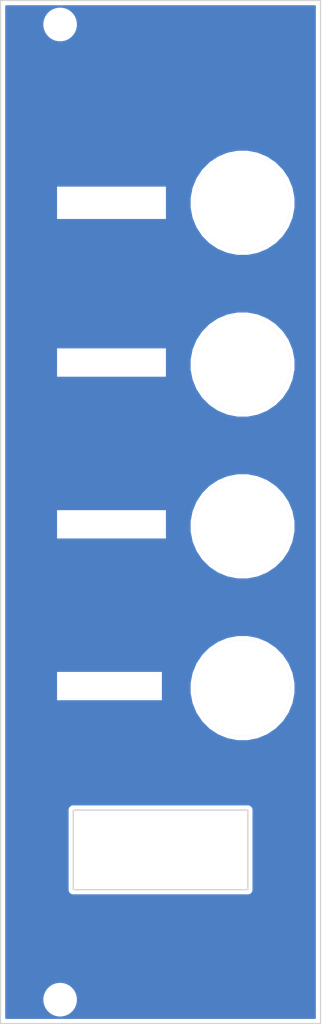
<source format=kicad_pcb>
(kicad_pcb (version 20171130) (host pcbnew 5.1.10)

  (general
    (thickness 1.6)
    (drawings 17)
    (tracks 0)
    (zones 0)
    (modules 6)
    (nets 1)
  )

  (page A4)
  (title_block
    (title "(title)")
    (comment 1 "front panel")
    (comment 2 "Wall Wart Power Supply (+15V/-15V/5V)")
    (comment 4 "License CC BY 4.0 - Attribution 4.0 International")
  )

  (layers
    (0 F.Cu signal)
    (31 B.Cu signal)
    (32 B.Adhes user)
    (33 F.Adhes user)
    (34 B.Paste user)
    (35 F.Paste user)
    (36 B.SilkS user)
    (37 F.SilkS user)
    (38 B.Mask user)
    (39 F.Mask user)
    (40 Dwgs.User user)
    (41 Cmts.User user)
    (42 Eco1.User user)
    (43 Eco2.User user)
    (44 Edge.Cuts user)
    (45 Margin user)
    (46 B.CrtYd user)
    (47 F.CrtYd user)
    (48 B.Fab user)
    (49 F.Fab user)
  )

  (setup
    (last_trace_width 0.25)
    (trace_clearance 0.2)
    (zone_clearance 0.508)
    (zone_45_only no)
    (trace_min 0.2)
    (via_size 0.8)
    (via_drill 0.4)
    (via_min_size 0.4)
    (via_min_drill 0.3)
    (uvia_size 0.3)
    (uvia_drill 0.1)
    (uvias_allowed no)
    (uvia_min_size 0.2)
    (uvia_min_drill 0.1)
    (edge_width 0.05)
    (segment_width 0.2)
    (pcb_text_width 0.3)
    (pcb_text_size 1.5 1.5)
    (mod_edge_width 0.12)
    (mod_text_size 1 1)
    (mod_text_width 0.15)
    (pad_size 1.524 1.524)
    (pad_drill 0.762)
    (pad_to_mask_clearance 0)
    (aux_axis_origin 0 0)
    (visible_elements FFFFFF7F)
    (pcbplotparams
      (layerselection 0x010fc_ffffffff)
      (usegerberextensions false)
      (usegerberattributes true)
      (usegerberadvancedattributes true)
      (creategerberjobfile true)
      (excludeedgelayer false)
      (linewidth 0.100000)
      (plotframeref false)
      (viasonmask false)
      (mode 1)
      (useauxorigin true)
      (hpglpennumber 1)
      (hpglpenspeed 20)
      (hpglpendiameter 15.000000)
      (psnegative false)
      (psa4output false)
      (plotreference true)
      (plotvalue true)
      (plotinvisibletext false)
      (padsonsilk false)
      (subtractmaskfromsilk false)
      (outputformat 1)
      (mirror false)
      (drillshape 0)
      (scaleselection 1)
      (outputdirectory "gerbers"))
  )

  (net 0 "")

  (net_class Default "This is the default net class."
    (clearance 0.2)
    (trace_width 0.25)
    (via_dia 0.8)
    (via_drill 0.4)
    (uvia_dia 0.3)
    (uvia_drill 0.1)
  )

  (module MountingHole:MountingHole_3.2mm_M3_DIN965 (layer F.Cu) (tedit 56D1B4CB) (tstamp 6097E813)
    (at 58.3 176.3)
    (descr "Mounting Hole 3.2mm, no annular, M3, DIN965")
    (tags "mounting hole 3.2mm no annular m3 din965")
    (path /6097A580)
    (attr virtual)
    (fp_text reference H2 (at 0 -3.8) (layer F.SilkS) hide
      (effects (font (size 1 1) (thickness 0.15)))
    )
    (fp_text value MountingHole (at 0 3.8) (layer F.Fab) hide
      (effects (font (size 1 1) (thickness 0.15)))
    )
    (fp_circle (center 0 0) (end 2.8 0) (layer Cmts.User) (width 0.15))
    (fp_circle (center 0 0) (end 3.05 0) (layer F.CrtYd) (width 0.05))
    (fp_text user %R (at 0.3 0) (layer F.Fab) hide
      (effects (font (size 1 1) (thickness 0.15)))
    )
    (pad 1 np_thru_hole circle (at 0 0) (size 3.2 3.2) (drill 3.2) (layers *.Cu *.Mask))
  )

  (module MountingHole:MountingHole_3.2mm_M3_DIN965 (layer F.Cu) (tedit 56D1B4CB) (tstamp 6097E80B)
    (at 58.3 53.8)
    (descr "Mounting Hole 3.2mm, no annular, M3, DIN965")
    (tags "mounting hole 3.2mm no annular m3 din965")
    (path /6097A217)
    (attr virtual)
    (fp_text reference H1 (at 0 -3.8) (layer F.SilkS) hide
      (effects (font (size 1 1) (thickness 0.15)))
    )
    (fp_text value MountingHole (at 0 3.8) (layer F.Fab) hide
      (effects (font (size 1 1) (thickness 0.15)))
    )
    (fp_circle (center 0 0) (end 2.8 0) (layer Cmts.User) (width 0.15))
    (fp_circle (center 0 0) (end 3.05 0) (layer F.CrtYd) (width 0.05))
    (fp_text user %R (at 0.3 0) (layer F.Fab) hide
      (effects (font (size 1 1) (thickness 0.15)))
    )
    (pad 1 np_thru_hole circle (at 0 0) (size 3.2 3.2) (drill 3.2) (layers *.Cu *.Mask))
  )

  (module elektrophon:panel_banana (layer F.Cu) (tedit 5F764FD2) (tstamp 6097EBD4)
    (at 81.28 116.84)
    (path /5E04B96B)
    (fp_text reference H12 (at 0 0.5) (layer F.SilkS)
      (effects (font (size 1 1) (thickness 0.15)))
    )
    (fp_text value +15V (at 0 -0.5) (layer F.Fab)
      (effects (font (size 1 1) (thickness 0.15)))
    )
    (pad 1 thru_hole circle (at 0 0) (size 12.06 12.06) (drill 12.06) (layers *.Cu *.Mask))
  )

  (module elektrophon:panel_banana (layer F.Cu) (tedit 5F764FD2) (tstamp 6097EBCF)
    (at 81.28 137.16)
    (path /5D6B1F16)
    (fp_text reference H11 (at 0 0.5) (layer F.SilkS)
      (effects (font (size 1 1) (thickness 0.15)))
    )
    (fp_text value -15V (at 0 -0.5) (layer F.Fab)
      (effects (font (size 1 1) (thickness 0.15)))
    )
    (pad 1 thru_hole circle (at 0 0) (size 12.06 12.06) (drill 12.06) (layers *.Cu *.Mask))
  )

  (module elektrophon:panel_banana (layer F.Cu) (tedit 5F764FD2) (tstamp 6097EBCA)
    (at 81.28 96.52)
    (path /5E04A805)
    (fp_text reference H10 (at 0 0.5) (layer F.SilkS)
      (effects (font (size 1 1) (thickness 0.15)))
    )
    (fp_text value GND (at 0 -0.5) (layer F.Fab)
      (effects (font (size 1 1) (thickness 0.15)))
    )
    (pad 1 thru_hole circle (at 0 0) (size 12.06 12.06) (drill 12.06) (layers *.Cu *.Mask))
  )

  (module elektrophon:panel_banana (layer F.Cu) (tedit 5F764FD2) (tstamp 6097EBC5)
    (at 81.28 76.2)
    (path /5E04A4CA)
    (fp_text reference H9 (at 0 0.5) (layer F.SilkS)
      (effects (font (size 1 1) (thickness 0.15)))
    )
    (fp_text value 5V (at 0 -0.5) (layer F.Fab)
      (effects (font (size 1 1) (thickness 0.15)))
    )
    (pad 1 thru_hole circle (at 0 0) (size 12.06 12.06) (drill 12.06) (layers *.Cu *.Mask))
  )

  (gr_text -15V (at 63.5 137.16) (layer B.Mask) (tstamp 6097EC97)
    (effects (font (size 2 2) (thickness 0.25)))
  )
  (gr_text +15V (at 63.5 116.84) (layer B.Mask) (tstamp 6097EC92)
    (effects (font (size 2 2) (thickness 0.25)))
  )
  (gr_text GND (at 63.5 96.52) (layer B.Mask) (tstamp 6097EC8D)
    (effects (font (size 2 2) (thickness 0.25)))
  )
  (gr_text +5V (at 63.5 76.2) (layer B.Mask) (tstamp 6097EC88)
    (effects (font (size 2 2) (thickness 0.25)))
  )
  (gr_line (start 81.95 152.48) (end 81.95 162.48) (layer Edge.Cuts) (width 0.15) (tstamp 6097EC47))
  (gr_line (start 59.95 162.48) (end 81.95 162.48) (layer Edge.Cuts) (width 0.15))
  (gr_line (start 59.95 152.48) (end 59.95 162.48) (layer Edge.Cuts) (width 0.15))
  (gr_text -15V (at 63.5 137.16) (layer F.Mask) (tstamp 6097EC37)
    (effects (font (size 2 2) (thickness 0.25)))
  )
  (gr_text +15V (at 63.5 116.84) (layer F.Mask) (tstamp 6097EC37)
    (effects (font (size 2 2) (thickness 0.25)))
  )
  (gr_text GND (at 63.5 96.52) (layer F.Mask) (tstamp 6097EC33)
    (effects (font (size 2 2) (thickness 0.25)))
  )
  (gr_text +5V (at 63.5 76.2) (layer F.Mask)
    (effects (font (size 2 2) (thickness 0.25)))
  )
  (gr_text kraft (at 70.95 53.8) (layer F.Mask)
    (effects (font (size 3 3) (thickness 0.35)))
  )
  (gr_line (start 59.95 152.48) (end 81.95 152.48) (layer Edge.Cuts) (width 0.15) (tstamp 6097E920))
  (gr_line (start 50.8 50.8) (end 50.8 179.3) (layer Edge.Cuts) (width 0.15) (tstamp 60977F7D))
  (gr_line (start 91.1 179.3) (end 50.8 179.3) (layer Edge.Cuts) (width 0.15))
  (gr_line (start 91.1 50.8) (end 91.1 179.3) (layer Edge.Cuts) (width 0.15))
  (gr_line (start 50.8 50.8) (end 91.1 50.8) (layer Edge.Cuts) (width 0.15))

  (zone (net 0) (net_name "") (layer B.Cu) (tstamp 60A0C00C) (hatch edge 0.508)
    (connect_pads (clearance 0.508))
    (min_thickness 0.254)
    (fill yes (arc_segments 32) (thermal_gap 0.508) (thermal_bridge_width 0.508))
    (polygon
      (pts
        (xy 91.44 179.324) (xy 50.8 179.324) (xy 50.8 50.8) (xy 91.44 50.8)
      )
    )
    (filled_polygon
      (pts
        (xy 90.390001 178.59) (xy 51.51 178.59) (xy 51.51 176.079872) (xy 56.065 176.079872) (xy 56.065 176.520128)
        (xy 56.15089 176.951925) (xy 56.319369 177.358669) (xy 56.563962 177.724729) (xy 56.875271 178.036038) (xy 57.241331 178.280631)
        (xy 57.648075 178.44911) (xy 58.079872 178.535) (xy 58.520128 178.535) (xy 58.951925 178.44911) (xy 59.358669 178.280631)
        (xy 59.724729 178.036038) (xy 60.036038 177.724729) (xy 60.280631 177.358669) (xy 60.44911 176.951925) (xy 60.535 176.520128)
        (xy 60.535 176.079872) (xy 60.44911 175.648075) (xy 60.280631 175.241331) (xy 60.036038 174.875271) (xy 59.724729 174.563962)
        (xy 59.358669 174.319369) (xy 58.951925 174.15089) (xy 58.520128 174.065) (xy 58.079872 174.065) (xy 57.648075 174.15089)
        (xy 57.241331 174.319369) (xy 56.875271 174.563962) (xy 56.563962 174.875271) (xy 56.319369 175.241331) (xy 56.15089 175.648075)
        (xy 56.065 176.079872) (xy 51.51 176.079872) (xy 51.51 152.48) (xy 59.236565 152.48) (xy 59.24 152.514877)
        (xy 59.240001 162.445113) (xy 59.236565 162.48) (xy 59.250273 162.619184) (xy 59.290872 162.75302) (xy 59.3568 162.876363)
        (xy 59.445525 162.984475) (xy 59.553637 163.0732) (xy 59.67698 163.139128) (xy 59.810816 163.179727) (xy 59.915123 163.19)
        (xy 59.95 163.193435) (xy 59.984877 163.19) (xy 81.915123 163.19) (xy 81.95 163.193435) (xy 81.984877 163.19)
        (xy 82.089184 163.179727) (xy 82.22302 163.139128) (xy 82.346363 163.0732) (xy 82.454475 162.984475) (xy 82.5432 162.876363)
        (xy 82.609128 162.75302) (xy 82.649727 162.619184) (xy 82.663435 162.48) (xy 82.66 162.445123) (xy 82.66 152.514877)
        (xy 82.663435 152.48) (xy 82.649727 152.340816) (xy 82.609128 152.20698) (xy 82.5432 152.083637) (xy 82.454475 151.975525)
        (xy 82.346363 151.8868) (xy 82.22302 151.820872) (xy 82.089184 151.780273) (xy 81.984877 151.77) (xy 81.95 151.766565)
        (xy 81.915123 151.77) (xy 59.984877 151.77) (xy 59.95 151.766565) (xy 59.915123 151.77) (xy 59.810816 151.780273)
        (xy 59.67698 151.820872) (xy 59.553637 151.8868) (xy 59.445525 151.975525) (xy 59.3568 152.083637) (xy 59.290872 152.20698)
        (xy 59.250273 152.340816) (xy 59.236565 152.48) (xy 51.51 152.48) (xy 51.51 135.128) (xy 57.785 135.128)
        (xy 57.785 138.684) (xy 57.78744 138.708776) (xy 57.794667 138.732601) (xy 57.806403 138.754557) (xy 57.822197 138.773803)
        (xy 57.841443 138.789597) (xy 57.863399 138.801333) (xy 57.887224 138.80856) (xy 57.912 138.811) (xy 71.12 138.811)
        (xy 71.144776 138.80856) (xy 71.168601 138.801333) (xy 71.190557 138.789597) (xy 71.209803 138.773803) (xy 71.225597 138.754557)
        (xy 71.237333 138.732601) (xy 71.24456 138.708776) (xy 71.247 138.684) (xy 71.247 136.503555) (xy 74.615 136.503555)
        (xy 74.615 137.816445) (xy 74.871132 139.104109) (xy 75.373554 140.317061) (xy 76.102957 141.40869) (xy 77.03131 142.337043)
        (xy 78.122939 143.066446) (xy 79.335891 143.568868) (xy 80.623555 143.825) (xy 81.936445 143.825) (xy 83.224109 143.568868)
        (xy 84.437061 143.066446) (xy 85.52869 142.337043) (xy 86.457043 141.40869) (xy 87.186446 140.317061) (xy 87.688868 139.104109)
        (xy 87.945 137.816445) (xy 87.945 136.503555) (xy 87.688868 135.215891) (xy 87.186446 134.002939) (xy 86.457043 132.91131)
        (xy 85.52869 131.982957) (xy 84.437061 131.253554) (xy 83.224109 130.751132) (xy 81.936445 130.495) (xy 80.623555 130.495)
        (xy 79.335891 130.751132) (xy 78.122939 131.253554) (xy 77.03131 131.982957) (xy 76.102957 132.91131) (xy 75.373554 134.002939)
        (xy 74.871132 135.215891) (xy 74.615 136.503555) (xy 71.247 136.503555) (xy 71.247 135.128) (xy 71.24456 135.103224)
        (xy 71.237333 135.079399) (xy 71.225597 135.057443) (xy 71.209803 135.038197) (xy 71.190557 135.022403) (xy 71.168601 135.010667)
        (xy 71.144776 135.00344) (xy 71.12 135.001) (xy 57.912 135.001) (xy 57.887224 135.00344) (xy 57.863399 135.010667)
        (xy 57.841443 135.022403) (xy 57.822197 135.038197) (xy 57.806403 135.057443) (xy 57.794667 135.079399) (xy 57.78744 135.103224)
        (xy 57.785 135.128) (xy 51.51 135.128) (xy 51.51 114.808) (xy 57.785 114.808) (xy 57.785 118.364)
        (xy 57.78744 118.388776) (xy 57.794667 118.412601) (xy 57.806403 118.434557) (xy 57.822197 118.453803) (xy 57.841443 118.469597)
        (xy 57.863399 118.481333) (xy 57.887224 118.48856) (xy 57.912 118.491) (xy 71.628 118.491) (xy 71.652776 118.48856)
        (xy 71.676601 118.481333) (xy 71.698557 118.469597) (xy 71.717803 118.453803) (xy 71.733597 118.434557) (xy 71.745333 118.412601)
        (xy 71.75256 118.388776) (xy 71.755 118.364) (xy 71.755 116.183555) (xy 74.615 116.183555) (xy 74.615 117.496445)
        (xy 74.871132 118.784109) (xy 75.373554 119.997061) (xy 76.102957 121.08869) (xy 77.03131 122.017043) (xy 78.122939 122.746446)
        (xy 79.335891 123.248868) (xy 80.623555 123.505) (xy 81.936445 123.505) (xy 83.224109 123.248868) (xy 84.437061 122.746446)
        (xy 85.52869 122.017043) (xy 86.457043 121.08869) (xy 87.186446 119.997061) (xy 87.688868 118.784109) (xy 87.945 117.496445)
        (xy 87.945 116.183555) (xy 87.688868 114.895891) (xy 87.186446 113.682939) (xy 86.457043 112.59131) (xy 85.52869 111.662957)
        (xy 84.437061 110.933554) (xy 83.224109 110.431132) (xy 81.936445 110.175) (xy 80.623555 110.175) (xy 79.335891 110.431132)
        (xy 78.122939 110.933554) (xy 77.03131 111.662957) (xy 76.102957 112.59131) (xy 75.373554 113.682939) (xy 74.871132 114.895891)
        (xy 74.615 116.183555) (xy 71.755 116.183555) (xy 71.755 114.808) (xy 71.75256 114.783224) (xy 71.745333 114.759399)
        (xy 71.733597 114.737443) (xy 71.717803 114.718197) (xy 71.698557 114.702403) (xy 71.676601 114.690667) (xy 71.652776 114.68344)
        (xy 71.628 114.681) (xy 57.912 114.681) (xy 57.887224 114.68344) (xy 57.863399 114.690667) (xy 57.841443 114.702403)
        (xy 57.822197 114.718197) (xy 57.806403 114.737443) (xy 57.794667 114.759399) (xy 57.78744 114.783224) (xy 57.785 114.808)
        (xy 51.51 114.808) (xy 51.51 94.488) (xy 57.785 94.488) (xy 57.785 98.044) (xy 57.78744 98.068776)
        (xy 57.794667 98.092601) (xy 57.806403 98.114557) (xy 57.822197 98.133803) (xy 57.841443 98.149597) (xy 57.863399 98.161333)
        (xy 57.887224 98.16856) (xy 57.912 98.171) (xy 71.628 98.171) (xy 71.652776 98.16856) (xy 71.676601 98.161333)
        (xy 71.698557 98.149597) (xy 71.717803 98.133803) (xy 71.733597 98.114557) (xy 71.745333 98.092601) (xy 71.75256 98.068776)
        (xy 71.755 98.044) (xy 71.755 95.863555) (xy 74.615 95.863555) (xy 74.615 97.176445) (xy 74.871132 98.464109)
        (xy 75.373554 99.677061) (xy 76.102957 100.76869) (xy 77.03131 101.697043) (xy 78.122939 102.426446) (xy 79.335891 102.928868)
        (xy 80.623555 103.185) (xy 81.936445 103.185) (xy 83.224109 102.928868) (xy 84.437061 102.426446) (xy 85.52869 101.697043)
        (xy 86.457043 100.76869) (xy 87.186446 99.677061) (xy 87.688868 98.464109) (xy 87.945 97.176445) (xy 87.945 95.863555)
        (xy 87.688868 94.575891) (xy 87.186446 93.362939) (xy 86.457043 92.27131) (xy 85.52869 91.342957) (xy 84.437061 90.613554)
        (xy 83.224109 90.111132) (xy 81.936445 89.855) (xy 80.623555 89.855) (xy 79.335891 90.111132) (xy 78.122939 90.613554)
        (xy 77.03131 91.342957) (xy 76.102957 92.27131) (xy 75.373554 93.362939) (xy 74.871132 94.575891) (xy 74.615 95.863555)
        (xy 71.755 95.863555) (xy 71.755 94.488) (xy 71.75256 94.463224) (xy 71.745333 94.439399) (xy 71.733597 94.417443)
        (xy 71.717803 94.398197) (xy 71.698557 94.382403) (xy 71.676601 94.370667) (xy 71.652776 94.36344) (xy 71.628 94.361)
        (xy 57.912 94.361) (xy 57.887224 94.36344) (xy 57.863399 94.370667) (xy 57.841443 94.382403) (xy 57.822197 94.398197)
        (xy 57.806403 94.417443) (xy 57.794667 94.439399) (xy 57.78744 94.463224) (xy 57.785 94.488) (xy 51.51 94.488)
        (xy 51.51 74.168) (xy 57.785 74.168) (xy 57.785 78.232) (xy 57.78744 78.256776) (xy 57.794667 78.280601)
        (xy 57.806403 78.302557) (xy 57.822197 78.321803) (xy 57.841443 78.337597) (xy 57.863399 78.349333) (xy 57.887224 78.35656)
        (xy 57.912 78.359) (xy 71.628 78.359) (xy 71.652776 78.35656) (xy 71.676601 78.349333) (xy 71.698557 78.337597)
        (xy 71.717803 78.321803) (xy 71.733597 78.302557) (xy 71.745333 78.280601) (xy 71.75256 78.256776) (xy 71.755 78.232)
        (xy 71.755 75.543555) (xy 74.615 75.543555) (xy 74.615 76.856445) (xy 74.871132 78.144109) (xy 75.373554 79.357061)
        (xy 76.102957 80.44869) (xy 77.03131 81.377043) (xy 78.122939 82.106446) (xy 79.335891 82.608868) (xy 80.623555 82.865)
        (xy 81.936445 82.865) (xy 83.224109 82.608868) (xy 84.437061 82.106446) (xy 85.52869 81.377043) (xy 86.457043 80.44869)
        (xy 87.186446 79.357061) (xy 87.688868 78.144109) (xy 87.945 76.856445) (xy 87.945 75.543555) (xy 87.688868 74.255891)
        (xy 87.186446 73.042939) (xy 86.457043 71.95131) (xy 85.52869 71.022957) (xy 84.437061 70.293554) (xy 83.224109 69.791132)
        (xy 81.936445 69.535) (xy 80.623555 69.535) (xy 79.335891 69.791132) (xy 78.122939 70.293554) (xy 77.03131 71.022957)
        (xy 76.102957 71.95131) (xy 75.373554 73.042939) (xy 74.871132 74.255891) (xy 74.615 75.543555) (xy 71.755 75.543555)
        (xy 71.755 74.168) (xy 71.75256 74.143224) (xy 71.745333 74.119399) (xy 71.733597 74.097443) (xy 71.717803 74.078197)
        (xy 71.698557 74.062403) (xy 71.676601 74.050667) (xy 71.652776 74.04344) (xy 71.628 74.041) (xy 57.912 74.041)
        (xy 57.887224 74.04344) (xy 57.863399 74.050667) (xy 57.841443 74.062403) (xy 57.822197 74.078197) (xy 57.806403 74.097443)
        (xy 57.794667 74.119399) (xy 57.78744 74.143224) (xy 57.785 74.168) (xy 51.51 74.168) (xy 51.51 53.579872)
        (xy 56.065 53.579872) (xy 56.065 54.020128) (xy 56.15089 54.451925) (xy 56.319369 54.858669) (xy 56.563962 55.224729)
        (xy 56.875271 55.536038) (xy 57.241331 55.780631) (xy 57.648075 55.94911) (xy 58.079872 56.035) (xy 58.520128 56.035)
        (xy 58.951925 55.94911) (xy 59.358669 55.780631) (xy 59.724729 55.536038) (xy 60.036038 55.224729) (xy 60.280631 54.858669)
        (xy 60.44911 54.451925) (xy 60.535 54.020128) (xy 60.535 53.579872) (xy 60.44911 53.148075) (xy 60.280631 52.741331)
        (xy 60.036038 52.375271) (xy 59.724729 52.063962) (xy 59.358669 51.819369) (xy 58.951925 51.65089) (xy 58.520128 51.565)
        (xy 58.079872 51.565) (xy 57.648075 51.65089) (xy 57.241331 51.819369) (xy 56.875271 52.063962) (xy 56.563962 52.375271)
        (xy 56.319369 52.741331) (xy 56.15089 53.148075) (xy 56.065 53.579872) (xy 51.51 53.579872) (xy 51.51 51.51)
        (xy 90.39 51.51)
      )
    )
  )
  (zone (net 0) (net_name "") (layers F&B.Cu) (tstamp 0) (hatch edge 0.508)
    (connect_pads (clearance 0.508))
    (min_thickness 0.254)
    (keepout (tracks not_allowed) (vias not_allowed) (copperpour not_allowed))
    (fill (arc_segments 32) (thermal_gap 0.508) (thermal_bridge_width 0.508))
    (polygon
      (pts
        (xy 71.628 78.232) (xy 57.912 78.232) (xy 57.912 74.168) (xy 71.628 74.168)
      )
    )
  )
  (zone (net 0) (net_name "") (layers F&B.Cu) (tstamp 0) (hatch edge 0.508)
    (connect_pads (clearance 0.508))
    (min_thickness 0.254)
    (keepout (tracks not_allowed) (vias not_allowed) (copperpour not_allowed))
    (fill (arc_segments 32) (thermal_gap 0.508) (thermal_bridge_width 0.508))
    (polygon
      (pts
        (xy 71.628 98.044) (xy 57.912 98.044) (xy 57.912 94.488) (xy 71.628 94.488)
      )
    )
  )
  (zone (net 0) (net_name "") (layers F&B.Cu) (tstamp 0) (hatch edge 0.508)
    (connect_pads (clearance 0.508))
    (min_thickness 0.254)
    (keepout (tracks not_allowed) (vias not_allowed) (copperpour not_allowed))
    (fill (arc_segments 32) (thermal_gap 0.508) (thermal_bridge_width 0.508))
    (polygon
      (pts
        (xy 71.628 118.364) (xy 57.912 118.364) (xy 57.912 114.808) (xy 71.628 114.808)
      )
    )
  )
  (zone (net 0) (net_name "") (layers F&B.Cu) (tstamp 0) (hatch edge 0.508)
    (connect_pads (clearance 0.508))
    (min_thickness 0.254)
    (keepout (tracks not_allowed) (vias not_allowed) (copperpour not_allowed))
    (fill (arc_segments 32) (thermal_gap 0.508) (thermal_bridge_width 0.508))
    (polygon
      (pts
        (xy 71.12 138.684) (xy 57.912 138.684) (xy 57.912 135.128) (xy 71.12 135.128)
      )
    )
  )
  (zone (net 0) (net_name "") (layers F&B.Cu) (tstamp 0) (hatch edge 0.508)
    (connect_pads (clearance 0.508))
    (min_thickness 0.254)
    (keepout (tracks not_allowed) (vias not_allowed) (copperpour not_allowed))
    (fill (arc_segments 32) (thermal_gap 0.508) (thermal_bridge_width 0.508))
    (polygon
      (pts
        (xy 82.042 162.56) (xy 59.944 162.56) (xy 59.944 152.4) (xy 82.042 152.4)
      )
    )
  )
)

</source>
